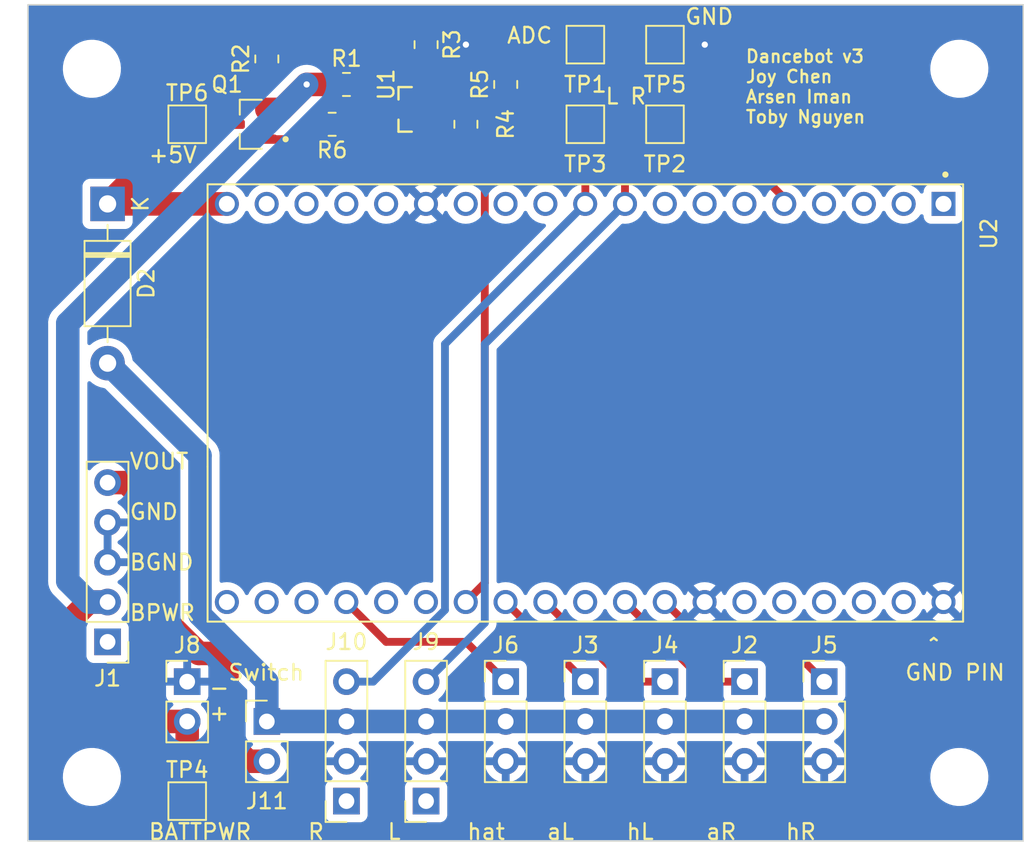
<source format=kicad_pcb>
(kicad_pcb (version 20221018) (generator pcbnew)
  (layers (0 "F.Cu" signal) (31 "B.Cu" signal) (34 "B.Paste" user) (35 "F.Paste" user) (36 "B.SilkS" user "B.Silkscreen") (37 "F.SilkS" user "F.Silkscreen") (38 "B.Mask" user) (39 "F.Mask" user) (44 "Edge.Cuts" user))
  (net 0 "")
  (net 1 "GND")
  (net 2 "BATT ADC")
  (net 3 "SM1")
  (net 4 "NPRightEye")
  (net 5 "NPLeftEye")
  (net 6 "SM2")
  (net 7 "SM3")
  (net 8 "SM4")
  (net 9 "SM5")
  (net 10 "BATT EN")
  (net 11 "Net-(R1-Pad2)")
  (net 12 "VOUT")
  (net 13 "BATT PWR")
  (net 16 "Net-(Q1-Pad3)")
  (net 17 "Net-(Q1-Pad1)")
  (net 18 "Net-(R4-Pad2)")
  (net 19 "Net-(D2-K)")
  (net 21 "Net-(J1-Pin_5)")
  (footprint "TestPoint:TestPoint_Pad_2.0x2.0mm" (layer "F.Cu") (at 233.68 81.28)
    (fp_text reference "TP3" (at 0 2.54) (layer "F.SilkS"))
    (fp_text value "TestPoint")
    (fp_line (start -1.2 -1.2) (end 1.2 -1.2) (stroke (width 0.12)) (layer "F.SilkS"))
    (fp_line (start -1.2 1.2) (end -1.2 -1.2) (stroke (width 0.12)) (layer "F.SilkS"))
    (fp_line (start 1.2 -1.2) (end 1.2 1.2) (stroke (width 0.12)) (layer "F.SilkS"))
    (fp_line (start 1.2 1.2) (end -1.2 1.2) (stroke (width 0.12)) (layer "F.SilkS"))
    (pad "1" smd rect (at 0 0) (size 2 2) (layers "F.Cu" "F.Mask") (net 4 "NPRightEye"))
  )
  (footprint "Connector_PinSocket_2.54mm:PinSocket_1x04_P2.54mm_Vertical" (layer "F.Cu") (at 218.44 124.46 180)
    (fp_text reference "J10" (at 0 10.16 180) (layer "F.SilkS"))
    (fp_text value "NeoPixel Right Eye")
    (fp_line (start -1.33 1.27) (end -1.33 8.95) (stroke (width 0.12)) (layer "F.SilkS"))
    (fp_line (start -1.33 1.27) (end 1.33 1.27) (stroke (width 0.12)) (layer "F.SilkS"))
    (fp_line (start -1.33 8.95) (end 1.33 8.95) (stroke (width 0.12)) (layer "F.SilkS"))
    (fp_line (start 0 -1.33) (end 1.33 -1.33) (stroke (width 0.12)) (layer "F.SilkS"))
    (fp_line (start 1.33 -1.33) (end 1.33 0) (stroke (width 0.12)) (layer "F.SilkS"))
    (fp_line (start 1.33 1.27) (end 1.33 8.95) (stroke (width 0.12)) (layer "F.SilkS"))
    (pad "1" thru_hole rect (at 0 0 180) (size 1.7 1.7) (drill 1) (layers "*.Cu" "*.Mask"))
    (pad "2" thru_hole oval (at 0 2.54 180) (size 1.7 1.7) (drill 1) (layers "*.Cu" "*.Mask") (net 1 "GND"))
    (pad "3" thru_hole oval (at 0 5.08 180) (size 1.7 1.7) (drill 1) (layers "*.Cu" "*.Mask") (net 12 "VOUT"))
    (pad "4" thru_hole oval (at 0 7.62 180) (size 1.7 1.7) (drill 1) (layers "*.Cu" "*.Mask") (net 4 "NPRightEye"))
  )
  (footprint "Connector_PinHeader_2.54mm:PinHeader_1x03_P2.54mm_Vertical" (layer "F.Cu") (at 233.68 116.84)
    (fp_text reference "J3" (at 0 -2.33) (layer "F.SilkS"))
    (fp_text value "IO13 servo 2")
    (fp_line (start -1.33 -1.33) (end 0 -1.33) (stroke (width 0.12)) (layer "F.SilkS"))
    (fp_line (start -1.33 0) (end -1.33 -1.33) (stroke (width 0.12)) (layer "F.SilkS"))
    (fp_line (start -1.33 1.27) (end -1.33 6.41) (stroke (width 0.12)) (layer "F.SilkS"))
    (fp_line (start -1.33 1.27) (end 1.33 1.27) (stroke (width 0.12)) (layer "F.SilkS"))
    (fp_line (start -1.33 6.41) (end 1.33 6.41) (stroke (width 0.12)) (layer "F.SilkS"))
    (fp_line (start 1.33 1.27) (end 1.33 6.41) (stroke (width 0.12)) (layer "F.SilkS"))
    (pad "1" thru_hole rect (at 0 0) (size 1.7 1.7) (drill 1) (layers "*.Cu" "*.Mask") (net 6 "SM2"))
    (pad "2" thru_hole oval (at 0 2.54) (size 1.7 1.7) (drill 1) (layers "*.Cu" "*.Mask") (net 12 "VOUT"))
    (pad "3" thru_hole oval (at 0 5.08) (size 1.7 1.7) (drill 1) (layers "*.Cu" "*.Mask") (net 1 "GND"))
  )
  (footprint "TestPoint:TestPoint_Pad_2.0x2.0mm" (layer "F.Cu") (at 238.76 81.28)
    (fp_text reference "TP2" (at 0 2.54) (layer "F.SilkS"))
    (fp_text value "TestPoint")
    (fp_line (start -1.2 -1.2) (end 1.2 -1.2) (stroke (width 0.12)) (layer "F.SilkS"))
    (fp_line (start -1.2 1.2) (end -1.2 -1.2) (stroke (width 0.12)) (layer "F.SilkS"))
    (fp_line (start 1.2 -1.2) (end 1.2 1.2) (stroke (width 0.12)) (layer "F.SilkS"))
    (fp_line (start 1.2 1.2) (end -1.2 1.2) (stroke (width 0.12)) (layer "F.SilkS"))
    (pad "1" smd rect (at 0 0) (size 2 2) (layers "F.Cu" "F.Mask") (net 5 "NPLeftEye"))
  )
  (footprint "Connector_PinHeader_2.54mm:PinHeader_1x03_P2.54mm_Vertical" (layer "F.Cu") (at 228.6 116.84)
    (fp_text reference "J6" (at 0 -2.33) (layer "F.SilkS"))
    (fp_text value "IO18 servo 5 (hat)")
    (fp_line (start -1.33 -1.33) (end 0 -1.33) (stroke (width 0.12)) (layer "F.SilkS"))
    (fp_line (start -1.33 0) (end -1.33 -1.33) (stroke (width 0.12)) (layer "F.SilkS"))
    (fp_line (start -1.33 1.27) (end -1.33 6.41) (stroke (width 0.12)) (layer "F.SilkS"))
    (fp_line (start -1.33 1.27) (end 1.33 1.27) (stroke (width 0.12)) (layer "F.SilkS"))
    (fp_line (start -1.33 6.41) (end 1.33 6.41) (stroke (width 0.12)) (layer "F.SilkS"))
    (fp_line (start 1.33 1.27) (end 1.33 6.41) (stroke (width 0.12)) (layer "F.SilkS"))
    (pad "1" thru_hole rect (at 0 0) (size 1.7 1.7) (drill 1) (layers "*.Cu" "*.Mask") (net 9 "SM5"))
    (pad "2" thru_hole oval (at 0 2.54) (size 1.7 1.7) (drill 1) (layers "*.Cu" "*.Mask") (net 12 "VOUT"))
    (pad "3" thru_hole oval (at 0 5.08) (size 1.7 1.7) (drill 1) (layers "*.Cu" "*.Mask") (net 1 "GND"))
  )
  (footprint "MountingHole:MountingHole_3.2mm_M3" (layer "F.Cu") (at 202.2 77.74)
    (fp_text reference "H2" hide)
    (fp_text value "~")
    (pad "" np_thru_hole circle (at 0 0) (size 3.2 3.2) (drill 3.2) (layers "*.Cu" "*.Mask"))
  )
  (footprint "MountingHole:MountingHole_3.2mm_M3" (layer "F.Cu") (at 202.2 122.92)
    (fp_text reference "H3" hide)
    (fp_text value "~")
    (pad "" np_thru_hole circle (at 0 0) (size 3.2 3.2) (drill 3.2) (layers "*.Cu" "*.Mask"))
  )
  (footprint "MountingHole:MountingHole_3.2mm_M3" (layer "F.Cu") (at 257.54 122.92)
    (fp_text reference "H4" hide)
    (fp_text value "~")
    (pad "" np_thru_hole circle (at 0 0) (size 3.2 3.2) (drill 3.2) (layers "*.Cu" "*.Mask"))
  )
  (footprint "Resistor_SMD:R_0805_2012Metric" (layer "F.Cu") (at 213.36 77.1125 90)
    (fp_text reference "R2" (at 0 -1.65 90) (layer "F.SilkS"))
    (fp_text value "100k")
    (fp_line (start -0.227064 -0.735) (end 0.227064 -0.735) (stroke (width 0.12)) (layer "F.SilkS"))
    (fp_line (start -0.227064 0.735) (end 0.227064 0.735) (stroke (width 0.12)) (layer "F.SilkS"))
    (pad "1" smd roundrect (at -0.9125 0 90) (size 1.025 1.4) (layers "F.Cu" "F.Paste" "F.Mask") (roundrect_rratio 0.243902) (net 16 "Net-(Q1-Pad3)"))
    (pad "2" smd roundrect (at 0.9125 0 90) (size 1.025 1.4) (layers "F.Cu" "F.Paste" "F.Mask") (roundrect_rratio 0.243902) (net 2 "BATT ADC"))
  )
  (footprint "Resistor_SMD:R_0805_2012Metric" (layer "F.Cu") (at 217.5275 81.28 180)
    (fp_text reference "R6" (at 0 -1.65) (layer "F.SilkS"))
    (fp_text value "100")
    (fp_line (start -0.227064 -0.735) (end 0.227064 -0.735) (stroke (width 0.12)) (layer "F.SilkS"))
    (fp_line (start -0.227064 0.735) (end 0.227064 0.735) (stroke (width 0.12)) (layer "F.SilkS"))
    (pad "1" smd roundrect (at -0.9125 0 180) (size 1.025 1.4) (layers "F.Cu" "F.Paste" "F.Mask") (roundrect_rratio 0.243902) (net 11 "Net-(R1-Pad2)"))
    (pad "2" smd roundrect (at 0.9125 0 180) (size 1.025 1.4) (layers "F.Cu" "F.Paste" "F.Mask") (roundrect_rratio 0.243902) (net 17 "Net-(Q1-Pad1)"))
  )
  (footprint "Connector_PinHeader_2.54mm:PinHeader_1x03_P2.54mm_Vertical" (layer "F.Cu") (at 248.92 116.84)
    (fp_text reference "J5" (at 0 -2.33) (layer "F.SilkS"))
    (fp_text value "IO15 servo 4")
    (fp_line (start -1.33 -1.33) (end 0 -1.33) (stroke (width 0.12)) (layer "F.SilkS"))
    (fp_line (start -1.33 0) (end -1.33 -1.33) (stroke (width 0.12)) (layer "F.SilkS"))
    (fp_line (start -1.33 1.27) (end -1.33 6.41) (stroke (width 0.12)) (layer "F.SilkS"))
    (fp_line (start -1.33 1.27) (end 1.33 1.27) (stroke (width 0.12)) (layer "F.SilkS"))
    (fp_line (start -1.33 6.41) (end 1.33 6.41) (stroke (width 0.12)) (layer "F.SilkS"))
    (fp_line (start 1.33 1.27) (end 1.33 6.41) (stroke (width 0.12)) (layer "F.SilkS"))
    (pad "1" thru_hole rect (at 0 0) (size 1.7 1.7) (drill 1) (layers "*.Cu" "*.Mask") (net 8 "SM4"))
    (pad "2" thru_hole oval (at 0 2.54) (size 1.7 1.7) (drill 1) (layers "*.Cu" "*.Mask") (net 12 "VOUT"))
    (pad "3" thru_hole oval (at 0 5.08) (size 1.7 1.7) (drill 1) (layers "*.Cu" "*.Mask") (net 1 "GND"))
  )
  (footprint "TestPoint:TestPoint_Pad_2.0x2.0mm" (layer "F.Cu") (at 208.28 81.28)
    (fp_text reference "TP6" (at 0 -1.998) (layer "F.SilkS"))
    (fp_text value "TestPoint")
    (fp_line (start -1.2 -1.2) (end 1.2 -1.2) (stroke (width 0.12)) (layer "F.SilkS"))
    (fp_line (start -1.2 1.2) (end -1.2 -1.2) (stroke (width 0.12)) (layer "F.SilkS"))
    (fp_line (start 1.2 -1.2) (end 1.2 1.2) (stroke (width 0.12)) (layer "F.SilkS"))
    (fp_line (start 1.2 1.2) (end -1.2 1.2) (stroke (width 0.12)) (layer "F.SilkS"))
    (pad "1" smd rect (at 0 0) (size 2 2) (layers "F.Cu" "F.Mask") (net 19 "Net-(D2-K)"))
  )
  (footprint "dancebot_parts:SOT95P237X112-3N" (layer "F.Cu") (at 212.335 81.28 180)
    (fp_text reference "Q1" (at 1.515 2.54) (layer "F.SilkS") (effects (font (size 1.0034 1.0034))))
    (fp_text value "IRLML6402TRPBF")
    (fp_line (start -0.7 1.565) (end 0.7 1.565) (stroke (width 0.127)) (layer "F.SilkS"))
    (fp_line (start 0.7 -1.565) (end -0.7 -1.565) (stroke (width 0.127)) (layer "F.SilkS"))
    (fp_line (start 0.7 -1.565) (end 0.7 -0.615) (stroke (width 0.127)) (layer "F.SilkS"))
    (fp_line (start 0.7 1.565) (end 0.7 0.615) (stroke (width 0.127)) (layer "F.SilkS"))
    (fp_circle (center -2.2225 -0.9525) (end -2.1225 -0.9525) (stroke (width 0.2)) (fill none) (layer "F.SilkS"))
    (pad "1" smd roundrect (at -1.025 -0.95 180) (size 1.3 0.59) (layers "F.Cu" "F.Paste" "F.Mask") (net 17 "Net-(Q1-Pad1)"))
    (pad "2" smd roundrect (at -1.025 0.95 180) (size 1.3 0.59) (layers "F.Cu" "F.Paste" "F.Mask") (net 13 "BATT PWR"))
    (pad "3" smd roundrect (at 1.025 0 180) (size 1.3 0.59) (layers "F.Cu" "F.Paste" "F.Mask") (net 16 "Net-(Q1-Pad3)"))
  )
  (footprint "Connector_PinHeader_2.54mm:PinHeader_1x02_P2.54mm_Vertical" (layer "F.Cu") (at 213.36 119.38)
    (fp_text reference "J11" (at 0 5.08) (layer "F.SilkS"))
    (fp_text value "Rocker Switch")
    (fp_line (start -1.33 -1.33) (end 0 -1.33) (stroke (width 0.12)) (layer "F.SilkS"))
    (fp_line (start -1.33 0) (end -1.33 -1.33) (stroke (width 0.12)) (layer "F.SilkS"))
    (fp_line (start -1.33 1.27) (end -1.33 3.87) (stroke (width 0.12)) (layer "F.SilkS"))
    (fp_line (start -1.33 1.27) (end 1.33 1.27) (stroke (width 0.12)) (layer "F.SilkS"))
    (fp_line (start -1.33 3.87) (end 1.33 3.87) (stroke (width 0.12)) (layer "F.SilkS"))
    (fp_line (start 1.33 1.27) (end 1.33 3.87) (stroke (width 0.12)) (layer "F.SilkS"))
    (pad "1" thru_hole rect (at 0 0) (size 1.7 1.7) (drill 1) (layers "*.Cu" "*.Mask") (net 12 "VOUT"))
    (pad "2" thru_hole oval (at 0 2.54) (size 1.7 1.7) (drill 1) (layers "*.Cu" "*.Mask") (net 21 "Net-(J1-Pin_5)"))
  )
  (footprint "Resistor_SMD:R_0805_2012Metric" (layer "F.Cu") (at 223.52 76.2 -90)
    (fp_text reference "R3" (at 0 -1.65 90) (layer "F.SilkS"))
    (fp_text value "51k")
    (fp_line (start -0.227064 -0.735) (end 0.227064 -0.735) (stroke (width 0.12)) (layer "F.SilkS"))
    (fp_line (start -0.227064 0.735) (end 0.227064 0.735) (stroke (width 0.12)) (layer "F.SilkS"))
    (pad "1" smd roundrect (at -0.9125 0 270) (size 1.025 1.4) (layers "F.Cu" "F.Paste" "F.Mask") (roundrect_rratio 0.243902) (net 2 "BATT ADC"))
    (pad "2" smd roundrect (at 0.9125 0 270) (size 1.025 1.4) (layers "F.Cu" "F.Paste" "F.Mask") (roundrect_rratio 0.243902) (net 1 "GND"))
  )
  (footprint "dancebot_parts:MODULE_ESP32-DEVKITC-32U" (layer "F.Cu") (at 233.68 99.06 -90)
    (fp_text reference "U2" (at -10.795 -25.75 90) (layer "F.SilkS"))
    (fp_text value "ESP32-DEVKITC-32U")
    (fp_line (start -13.95 -24.1) (end -13.95 24.1) (stroke (width 0.127)) (layer "F.SilkS"))
    (fp_line (start -13.95 24.1) (end -4.07 24.1) (stroke (width 0.127)) (layer "F.SilkS"))
    (fp_line (start -4.07 24.1) (end 4.06 24.1) (stroke (width 0.127)) (layer "F.SilkS"))
    (fp_line (start 4.06 24.1) (end 13.95 24.1) (stroke (width 0.127)) (layer "F.SilkS"))
    (fp_line (start 13.95 -24.1) (end -13.95 -24.1) (stroke (width 0.127)) (layer "F.SilkS"))
    (fp_line (start 13.95 24.1) (end 13.95 -24.1) (stroke (width 0.127)) (layer "F.SilkS"))
    (fp_circle (center -14.57 -22.97) (end -14.47 -22.97) (stroke (width 0.2)) (fill none) (layer "F.SilkS"))
    (pad "1" thru_hole rect (at -12.7 -22.85 270) (size 1.53 1.53) (drill 1.02) (layers "*.Cu" "*.Mask"))
    (pad "2" thru_hole circle (at -12.7 -20.31 270) (size 1.53 1.53) (drill 1.02) (layers "*.Cu" "*.Mask"))
    (pad "3" thru_hole circle (at -12.7 -17.77 270) (size 1.53 1.53) (drill 1.02) (layers "*.Cu" "*.Mask"))
    (pad "4" thru_hole circle (at -12.7 -15.23 270) (size 1.53 1.53) (drill 1.02) (layers "*.Cu" "*.Mask"))
    (pad "5" thru_hole circle (at -12.7 -12.69 270) (size 1.53 1.53) (drill 1.02) (layers "*.Cu" "*.Mask") (net 2 "BATT ADC"))
    (pad "6" thru_hole circle (at -12.7 -10.15 270) (size 1.53 1.53) (drill 1.02) (layers "*.Cu" "*.Mask"))
    (pad "7" thru_hole circle (at -12.7 -7.61 270) (size 1.53 1.53) (drill 1.02) (layers "*.Cu" "*.Mask"))
    (pad "8" thru_hole circle (at -12.7 -5.07 270) (size 1.53 1.53) (drill 1.02) (layers "*.Cu" "*.Mask"))
    (pad "9" thru_hole circle (at -12.7 -2.53 270) (size 1.53 1.53) (drill 1.02) (layers "*.Cu" "*.Mask") (net 5 "NPLeftEye"))
    (pad "10" thru_hole circle (at -12.7 0.01 270) (size 1.53 1.53) (drill 1.02) (layers "*.Cu" "*.Mask") (net 4 "NPRightEye"))
    (pad "11" thru_hole circle (at -12.7 2.55 270) (size 1.53 1.53) (drill 1.02) (layers "*.Cu" "*.Mask"))
    (pad "12" thru_hole circle (at -12.7 5.09 270) (size 1.53 1.53) (drill 1.02) (layers "*.Cu" "*.Mask"))
    (pad "13" thru_hole circle (at -12.7 7.63 270) (size 1.53 1.53) (drill 1.02) (layers "*.Cu" "*.Mask"))
    (pad "14" thru_hole circle (at -12.7 10.17 270) (size 1.53 1.53) (drill 1.02) (layers "*.Cu" "*.Mask") (net 1 "GND"))
    (pad "15" thru_hole circle (at -12.7 12.71 270) (size 1.53 1.53) (drill 1.02) (layers "*.Cu" "*.Mask"))
    (pad "16" thru_hole circle (at -12.7 15.25 270) (size 1.53 1.53) (drill 1.02) (layers "*.Cu" "*.Mask"))
    (pad "17" thru_hole circle (at -12.7 17.79 270) (size 1.53 1.53) (drill 1.02) (layers "*.Cu" "*.Mask"))
    (pad "18" thru_hole circle (at -12.7 20.33 270) (size 1.53 1.53) (drill 1.02) (layers "*.Cu" "*.Mask"))
    (pad "19" thru_hole circle (at -12.7 22.87 270) (size 1.53 1.53) (drill 1.02) (layers "*.Cu" "*.Mask") (net 19 "Net-(D2-K)"))
    (pad "20" thru_hole circle (at 12.7 22.87 270) (size 1.53 1.53) (drill 1.02) (layers "*.Cu" "*.Mask"))
    (pad "21" thru_hole circle (at 12.7 20.33 270) (size 1.53 1.53) (drill 1.02) (layers "*.Cu" "*.Mask"))
    (pad "22" thru_hole circle (at 12.7 17.79 270) (size 1.53 1.53) (drill 1.02) (layers "*.Cu" "*.Mask"))
    (pad "23" thru_hole circle (at 12.7 15.25 270) (size 1.53 1.53) (drill 1.02) (layers "*.Cu" "*.Mask") (net 9 "SM5"))
    (pad "24" thru_hole circle (at 12.7 12.71 270) (size 1.53 1.53) (drill 1.02) (layers "*.Cu" "*.Mask"))
    (pad "25" thru_hole circle (at 12.7 10.17 270) (size 1.53 1.53) (drill 1.02) (layers "*.Cu" "*.Mask"))
    (pad "26" thru_hole circle (at 12.7 7.63 270) (size 1.53 1.53) (drill 1.02) (layers "*.Cu" "*.Mask") (net 10 "BATT EN"))
    (pad "27" thru_hole circle (at 12.7 5.09 270) (size 1.53 1.53) (drill 1.02) (layers "*.Cu" "*.Mask") (net 6 "SM2"))
    (pad "28" thru_hole circle (at 12.7 2.55 270) (size 1.53 1.53) (drill 1.02) (layers "*.Cu" "*.Mask") (net 7 "SM3"))
    (pad "29" thru_hole circle (at 12.7 0.01 270) (size 1.53 1.53) (drill 1.02) (layers "*.Cu" "*.Mask"))
    (pad "30" thru_hole circle (at 12.7 -2.53 270) (size 1.53 1.53) (drill 1.02) (layers "*.Cu" "*.Mask") (net 3 "SM1"))
    (pad "31" thru_hole circle (at 12.7 -5.07 270) (size 1.53 1.53) (drill 1.02) (layers "*.Cu" "*.Mask") (net 8 "SM4"))
    (pad "32" thru_hole circle (at 12.7 -7.61 270) (size 1.53 1.53) (drill 1.02) (layers "*.Cu" "*.Mask") (net 1 "GND"))
    (pad "33" thru_hole circle (at 12.7 -10.15 270) (size 1.53 1.53) (drill 1.02) (layers "*.Cu" "*.Mask"))
    (pad "34" thru_hole circle (at 12.7 -12.69 270) (size 1.53 1.53) (drill 1.02) (layers "*.Cu" "*.Mask"))
    (pad "35" thru_hole circle (at 12.7 -15.23 270) (size 1.53 1.53) (drill 1.02) (layers "*.Cu" "*.Mask"))
    (pad "36" thru_hole circle (at 12.7 -17.77 270) (size 1.53 1.53) (drill 1.02) (layers "*.Cu" "*.Mask"))
    (pad "37" thru_hole circle (at 12.7 -20.31 270) (size 1.53 1.53) (drill 1.02) (layers "*.Cu" "*.Mask"))
    (pad "38" thru_hole circle (at 12.7 -22.85 270) (size 1.53 1.53) (drill 1.02) (layers "*.Cu" "*.Mask") (net 1 "GND"))
  )
  (footprint "Connector_PinHeader_2.54mm:PinHeader_1x05_P2.54mm_Vertical" (layer "F.Cu") (at 203.2 114.3 180)
    (fp_text reference "J1" (at 0 -2.33) (layer "F.SilkS"))
    (fp_text value "Voltage Regulator")
    (fp_line (start -1.33 -1.33) (end 0 -1.33) (stroke (width 0.12)) (layer "F.SilkS"))
    (fp_line (start -1.33 0) (end -1.33 -1.33) (stroke (width 0.12)) (layer "F.SilkS"))
    (fp_line (start -1.33 1.27) (end -1.33 11.49) (stroke (width 0.12)) (layer "F.SilkS"))
    (fp_line (start -1.33 1.27) (end 1.33 1.27) (stroke (width 0.12)) (layer "F.SilkS"))
    (fp_line (start -1.33 11.49) (end 1.33 11.49) (stroke (width 0.12)) (layer "F.SilkS"))
    (fp_line (start 1.33 1.27) (end 1.33 11.49) (stroke (width 0.12)) (layer "F.SilkS"))
    (pad "1" thru_hole rect (at 0 0 180) (size 1.7 1.7) (drill 1) (layers "*.Cu" "*.Mask"))
    (pad "2" thru_hole oval (at 0 2.54 180) (size 1.7 1.7) (drill 1) (layers "*.Cu" "*.Mask") (net 13 "BATT PWR"))
    (pad "3" thru_hole oval (at 0 5.08 180) (size 1.7 1.7) (drill 1) (layers "*.Cu" "*.Mask") (net 1 "GND"))
    (pad "4" thru_hole oval (at 0 7.62 180) (size 1.7 1.7) (drill 1) (layers "*.Cu" "*.Mask") (net 1 "GND"))
    (pad "5" thru_hole oval (at 0 10.16 180) (size 1.7 1.7) (drill 1) (layers "*.Cu" "*.Mask") (net 21 "Net-(J1-Pin_5)"))
  )
  (footprint "TestPoint:TestPoint_Pad_2.0x2.0mm" (layer "F.Cu") (at 208.28 124.46)
    (fp_text reference "TP4" (at 0 -1.998) (layer "F.SilkS"))
    (fp_text value "TestPoint")
    (fp_line (start -1.2 -1.2) (end 1.2 -1.2) (stroke (width 0.12)) (layer "F.SilkS"))
    (fp_line (start -1.2 1.2) (end -1.2 -1.2) (stroke (width 0.12)) (layer "F.SilkS"))
    (fp_line (start 1.2 -1.2) (end 1.2 1.2) (stroke (width 0.12)) (layer "F.SilkS"))
    (fp_line (start 1.2 1.2) (end -1.2 1.2) (stroke (width 0.12)) (layer "F.SilkS"))
    (pad "1" smd rect (at 0 0) (size 2 2) (layers "F.Cu" "F.Mask") (net 13 "BATT PWR"))
  )
  (footprint "dancebot_parts:SOT23" (layer "F.Cu") (at 222.42 80.33 90)
    (fp_text reference "U1" (at 1.59 -1.44 90) (layer "F.SilkS") (effects (font (size 1.003441 1.003441))))
    (fp_text value "IRLML2502TRPBF")
    (fp_line (start -1.4224 -0.6604) (end -0.6576 -0.6604) (stroke (width 0.1524)) (layer "F.SilkS"))
    (fp_line (start -1.4224 0.1854) (end -1.4224 -0.6604) (stroke (width 0.1524)) (layer "F.SilkS"))
    (fp_line (start 0.6326 -0.6604) (end 1.4224 -0.6604) (stroke (width 0.1524)) (layer "F.SilkS"))
    (fp_line (start 1.4224 -0.6604) (end 1.4224 0.1854) (stroke (width 0.1524)) (layer "F.SilkS"))
    (pad "1" smd rect (at -0.95 1.1 90) (size 1 1.4) (layers "F.Cu" "F.Paste" "F.Mask") (net 18 "Net-(R4-Pad2)"))
    (pad "2" smd rect (at 0.95 1.1 90) (size 1 1.4) (layers "F.Cu" "F.Paste" "F.Mask") (net 1 "GND"))
    (pad "3" smd rect (at 0 -1.1 90) (size 1 1.4) (layers "F.Cu" "F.Paste" "F.Mask") (net 11 "Net-(R1-Pad2)"))
  )
  (footprint "TestPoint:TestPoint_Pad_2.0x2.0mm" (layer "F.Cu") (at 233.68 76.2)
    (fp_text reference "TP1" (at 0 2.54) (layer "F.SilkS"))
    (fp_text value "TestPoint")
    (fp_line (start -1.2 -1.2) (end 1.2 -1.2) (stroke (width 0.12)) (layer "F.SilkS"))
    (fp_line (start -1.2 1.2) (end -1.2 -1.2) (stroke (width 0.12)) (layer "F.SilkS"))
    (fp_line (start 1.2 -1.2) (end 1.2 1.2) (stroke (width 0.12)) (layer "F.SilkS"))
    (fp_line (start 1.2 1.2) (end -1.2 1.2) (stroke (width 0.12)) (layer "F.SilkS"))
    (pad "1" smd rect (at 0 0) (size 2 2) (layers "F.Cu" "F.Mask") (net 2 "BATT ADC"))
  )
  (footprint "Diode_THT:D_DO-41_SOD81_P10.16mm_Horizontal" (layer "F.Cu") (at 203.2 86.36 -90)
    (fp_text reference "D2" (at 5.08 -2.47 90) (layer "F.SilkS"))
    (fp_text value "1N5819")
    (fp_text user "K" (at 0 -2.1 90) (layer "F.SilkS"))
    (fp_line (start 1.34 0) (end 2.36 0) (stroke (width 0.12)) (layer "F.SilkS"))
    (fp_line (start 2.36 -1.47) (end 2.36 1.47) (stroke (width 0.12)) (layer "F.SilkS"))
    (fp_line (start 2.36 1.47) (end 7.8 1.47) (stroke (width 0.12)) (layer "F.SilkS"))
    (fp_line (start 3.14 -1.47) (end 3.14 1.47) (stroke (width 0.12)) (layer "F.SilkS"))
    (fp_line (start 3.26 -1.47) (end 3.26 1.47) (stroke (width 0.12)) (layer "F.SilkS"))
    (fp_line (start 3.38 -1.47) (end 3.38 1.47) (stroke (width 0.12)) (layer "F.SilkS"))
    (fp_line (start 7.8 -1.47) (end 2.36 -1.47) (stroke (width 0.12)) (layer "F.SilkS"))
    (fp_line (start 7.8 1.47) (end 7.8 -1.47) (stroke (width 0.12)) (layer "F.SilkS"))
    (fp_line (start 8.82 0) (end 7.8 0) (stroke (width 0.12)) (layer "F.SilkS"))
    (pad "1" thru_hole rect (at 0 0 270) (size 2.2 2.2) (drill 1.1) (layers "*.Cu" "*.Mask") (net 19 "Net-(D2-K)"))
    (pad "2" thru_hole oval (at 10.16 0 270) (size 2.2 2.2) (drill 1.1) (layers "*.Cu" "*.Mask") (net 12 "VOUT"))
  )
  (footprint "Resistor_SMD:R_0805_2012Metric" (layer "F.Cu") (at 218.44 78.74)
    (fp_text reference "R1" (at 0 -1.65) (layer "F.SilkS"))
    (fp_text value "100k")
    (fp_line (start -0.227064 -0.735) (end 0.227064 -0.735) (stroke (width 0.12)) (layer "F.SilkS"))
    (fp_line (start -0.227064 0.735) (end 0.227064 0.735) (stroke (width 0.12)) (layer "F.SilkS"))
    (pad "1" smd roundrect (at -0.9125 0) (size 1.025 1.4) (layers "F.Cu" "F.Paste" "F.Mask") (roundrect_rratio 0.243902) (net 13 "BATT PWR"))
    (pad "2" smd roundrect (at 0.9125 0) (size 1.025 1.4) (layers "F.Cu" "F.Paste" "F.Mask") (roundrect_rratio 0.243902) (net 11 "Net-(R1-Pad2)"))
  )
  (footprint "Connector_PinHeader_2.54mm:PinHeader_1x03_P2.54mm_Vertical" (layer "F.Cu") (at 243.84 116.84)
    (fp_text reference "J2" (at 0 -2.33) (layer "F.SilkS"))
    (fp_text value "IO14 servo 1")
    (fp_line (start -1.33 -1.33) (end 0 -1.33) (stroke (width 0.12)) (layer "F.SilkS"))
    (fp_line (start -1.33 0) (end -1.33 -1.33) (stroke (width 0.12)) (layer "F.SilkS"))
    (fp_line (start -1.33 1.27) (end -1.33 6.41) (stroke (width 0.12)) (layer "F.SilkS"))
    (fp_line (start -1.33 1.27) (end 1.33 1.27) (stroke (width 0.12)) (layer "F.SilkS"))
    (fp_line (start -1.33 6.41) (end 1.33 6.41) (stroke (width 0.12)) (layer "F.SilkS"))
    (fp_line (start 1.33 1.27) (end 1.33 6.41) (stroke (width 0.12)) (layer "F.SilkS"))
    (pad "1" thru_hole rect (at 0 0) (size 1.7 1.7) (drill 1) (layers "*.Cu" "*.Mask") (net 3 "SM1"))
    (pad "2" thru_hole oval (at 0 2.54) (size 1.7 1.7) (drill 1) (layers "*.Cu" "*.Mask") (net 12 "VOUT"))
    (pad "3" thru_hole oval (at 0 5.08) (size 1.7 1.7) (drill 1) (layers "*.Cu" "*.Mask") (net 1 "GND"))
  )
  (footprint "Resistor_SMD:R_0805_2012Metric" (layer "F.Cu") (at 228.6 78.74 90)
    (fp_text reference "R5" (at 0 -1.65 90) (layer "F.SilkS"))
    (fp_text value "100k")
    (fp_line (start -0.227064 -0.735) (end 0.227064 -0.735) (stroke (width 0.12)) (layer "F.SilkS"))
    (fp_line (start -0.227064 0.735) (end 0.227064 0.735) (stroke (width 0.12)) (layer "F.SilkS"))
    (pad "1" smd roundrect (at -0.9125 0 90) (size 1.025 1.4) (layers "F.Cu" "F.Paste" "F.Mask") (roundrect_rratio 0.243902) (net 18 "Net-(R4-Pad2)"))
    (pad "2" smd roundrect (at 0.9125 0 90) (size 1.025 1.4) (layers "F.Cu" "F.Paste" "F.Mask") (roundrect_rratio 0.243902) (net 1 "GND"))
  )
  (footprint "Resistor_SMD:R_0805_2012Metric" (layer "F.Cu") (at 226.06 81.28 90)
    (fp_text reference "R4" (at 0 2.54 90) (layer "F.SilkS"))
    (fp_text value "100")
    (fp_line (start -0.227064 -0.735) (end 0.227064 -0.735) (stroke (width 0.12)) (layer "F.SilkS"))
    (fp_line (start -0.227064 0.735) (end 0.227064 0.735) (stroke (width 0.12)) (layer "F.SilkS"))
    (pad "1" smd roundrect (at -0.9125 0 90) (size 1.025 1.4) (layers "F.Cu" "F.Paste" "F.Mask") (roundrect_rratio 0.243902) (net 10 "BATT EN"))
    (pad "2" smd roundrect (at 0.9125 0 90) (size 1.025 1.4) (layers "F.Cu" "F.Paste" "F.Mask") (roundrect_rratio 0.243902) (net 18 "Net-(R4-Pad2)"))
  )
  (footprint "Connector_PinSocket_2.54mm:PinSocket_1x04_P2.54mm_Vertical" (layer "F.Cu") (at 223.52 124.46 180)
    (fp_text reference "J9" (at 0 10.16 180) (layer "F.SilkS"))
    (fp_text value "NeoPixel Left Eye")
    (fp_line (start -1.33 1.27) (end -1.33 8.95) (stroke (width 0.12)) (layer "F.SilkS"))
    (fp_line (start -1.33 1.27) (end 1.33 1.27) (stroke (width 0.12)) (layer "F.SilkS"))
    (fp_line (start -1.33 8.95) (end 1.33 8.95) (stroke (width 0.12)) (layer "F.SilkS"))
    (fp_line (start 0 -1.33) (end 1.33 -1.33) (stroke (width 0.12)) (layer "F.SilkS"))
    (fp_line (start 1.33 -1.33) (end 1.33 0) (stroke (width 0.12)) (layer "F.SilkS"))
    (fp_line (start 1.33 1.27) (end 1.33 8.95) (stroke (width 0.12)) (layer "F.SilkS"))
    (pad "1" thru_hole rect (at 0 0 180) (size 1.7 1.7) (drill 1) (layers "*.Cu" "*.Mask"))
    (pad "2" thru_hole oval (at 0 2.54 180) (size 1.7 1.7) (drill 1) (layers "*.Cu" "*.Mask") (net 1 "GND"))
    (pad "3" thru_hole oval (at 0 5.08 180) (size 1.7 1.7) (drill 1) (layers "*.Cu" "*.Mask") (net 12 "VOUT"))
    (pad "4" thru_hole oval (at 0 7.62 180) (size 1.7 1.7) (drill 1) (layers "*.Cu" "*.Mask") (net 5 "NPLeftEye"))
  )
  (footprint "TestPoint:TestPoint_Pad_2.0x2.0mm" (layer "F.Cu") (at 238.76 76.2)
    (fp_text reference "TP5" (at 0 2.54) (layer "F.SilkS"))
    (fp_text value "TestPoint")
    (fp_line (start -1.2 -1.2) (end 1.2 -1.2) (stroke (width 0.12)) (layer "F.SilkS"))
    (fp_line (start -1.2 1.2) (end -1.2 -1.2) (stroke (width 0.12)) (layer "F.SilkS"))
    (fp_line (start 1.2 -1.2) (end 1.2 1.2) (stroke (width 0.12)) (layer "F.SilkS"))
    (fp_line (start 1.2 1.2) (end -1.2 1.2) (stroke (width 0.12)) (layer "F.SilkS"))
    (pad "1" smd rect (at 0 0) (size 2 2) (layers "F.Cu" "F.Mask") (net 1 "GND"))
  )
  (footprint "Connector_PinHeader_2.54mm:PinHeader_1x03_P2.54mm_Vertical" (layer "F.Cu") (at 238.76 116.84)
    (fp_text reference "J4" (at 0 -2.33) (layer "F.SilkS"))
    (fp_text value "IO12 servo 3")
    (fp_line (start -1.33 -1.33) (end 0 -1.33) (stroke (width 0.12)) (layer "F.SilkS"))
    (fp_line (start -1.33 0) (end -1.33 -1.33) (stroke (width 0.12)) (layer "F.SilkS"))
    (fp_line (start -1.33 1.27) (end -1.33 6.41) (stroke (width 0.12)) (layer "F.SilkS"))
    (fp_line (start -1.33 1.27) (end 1.33 1.27) (stroke (width 0.12)) (layer "F.SilkS"))
    (fp_line (start -1.33 6.41) (end 1.33 6.41) (stroke (width 0.12)) (layer "F.SilkS"))
    (fp_line (start 1.33 1.27) (end 1.33 6.41) (stroke (width 0.12)) (layer "F.SilkS"))
    (pad "1" thru_hole rect (at 0 0) (size 1.7 1.7) (drill 1) (layers "*.Cu" "*.Mask") (net 7 "SM3"))
    (pad "2" thru_hole oval (at 0 2.54) (size 1.7 1.7) (drill 1) (layers "*.Cu" "*.Mask") (net 12 "VOUT"))
    (pad "3" thru_hole oval (at 0 5.08) (size 1.7 1.7) (drill 1) (layers "*.Cu" "*.Mask") (net 1 "GND"))
  )
  (footprint "MountingHole:MountingHole_3.2mm_M3" (layer "F.Cu") (at 257.54 77.74)
    (fp_text reference "H1" hide)
    (fp_text value "~")
    (pad "" np_thru_hole circle (at 0 0) (size 3.2 3.2) (drill 3.2) (layers "*.Cu" "*.Mask"))
  )
  (footprint "Connector_PinHeader_2.54mm:PinHeader_1x02_P2.54mm_Vertical" (layer "F.Cu") (at 208.28 116.84)
    (fp_text reference "J8" (at 0 -2.33) (layer "F.SilkS"))
    (fp_text value "Pins")
    (fp_line (start -1.33 -1.33) (end 0 -1.33) (stroke (width 0.12)) (layer "F.SilkS"))
    (fp_line (start -1.33 0) (end -1.33 -1.33) (stroke (width 0.12)) (layer "F.SilkS"))
    (fp_line (start -1.33 1.27) (end -1.33 3.87) (stroke (width 0.12)) (layer "F.SilkS"))
    (fp_line (start -1.33 1.27) (end 1.33 1.27) (stroke (width 0.12)) (layer "F.SilkS"))
    (fp_line (start -1.33 3.87) (end 1.33 3.87) (stroke (width 0.12)) (layer "F.SilkS"))
    (fp_line (start 1.33 1.27) (end 1.33 3.87) (stroke (width 0.12)) (layer "F.SilkS"))
    (pad "1" thru_hole rect (at 0 0) (size 1.7 1.7) (drill 1) (layers "*.Cu" "*.Mask") (net 1 "GND"))
    (pad "2" thru_hole oval (at 0 2.54) (size 1.7 1.7) (drill 1) (layers "*.Cu" "*.Mask") (net 13 "BATT PWR"))
  )
  (gr_rect (start 198.12 73.66) (end 261.62 127) (stroke (width 0.1)) (fill none) (layer "Edge.Cuts"))
  (gr_text "GND" (at 239.96 75) (layer "F.SilkS") (effects (font (size 1 1)) (justify left bottom)))
  (gr_text "  ^\nGND PIN" (at 254 116.84) (layer "F.SilkS") (effects (font (size 1 1)) (justify left bottom)))
  (gr_text "VOUT\n\nGND\n\nBGND\n\nBPWR" (at 204.53 113.03) (layer "F.SilkS") (effects (font (size 1 1)) (justify left bottom)))
  (gr_text "BATTPWR" (at 205.74 127) (layer "F.SilkS") (effects (font (size 1 1)) (justify left bottom)))
  (gr_text "R\n" (at 215.9 127) (layer "F.SilkS") (effects (font (size 1 1)) (justify left bottom)))
  (gr_text "+5V" (at 205.74 83.82) (layer "F.SilkS") (effects (font (size 1 1)) (justify left bottom)))
  (gr_text "L" (at 220.98 127) (layer "F.SilkS") (effects (font (size 1 1)) (justify left bottom)))
  (gr_text "-\n+" (at 209.61 119.41) (layer "F.SilkS") (effects (font (size 1 1)) (justify left bottom)))
  (gr_text "ADC" (at 228.6 76.2) (layer "F.SilkS") (effects (font (size 1 1)) (justify left bottom)))
  (gr_text "hat" (at 226.06 127) (layer "F.SilkS") (effects (font (size 1 1)) (justify left bottom)))
  (gr_text "aL" (at 231.14 127) (layer "F.SilkS") (effects (font (size 1 1)) (justify left bottom)))
  (gr_text "Dancebot v3\nJoy Chen\nArsen Iman\nToby Nguyen" (at 243.84 81.28) (layer "F.SilkS") (effects (font (size 0.8 0.8)) (justify left bottom)))
  (gr_text "hL" (at 236.22 127) (layer "F.SilkS") (effects (font (size 1 1)) (justify left bottom)))
  (gr_text "L R" (at 234.88 80.08) (layer "F.SilkS") (effects (font (size 1 1)) (justify left bottom)))
  (gr_text "Switch" (at 210.82 116.84) (layer "F.SilkS") (effects (font (size 1 1)) (justify left bottom)))
  (gr_text "aR" (at 241.3 127) (layer "F.SilkS") (effects (font (size 1 1)) (justify left bottom)))
  (gr_text "hR" (at 246.38 127) (layer "F.SilkS") (effects (font (size 1 1)) (justify left bottom)))
  (segment (start 226.9725 76.2) (end 228.6 77.8275) (width 0.5) (layer "F.Cu") (net 1))
  (segment (start 223.52 77.1125) (end 225.1475 77.1125) (width 0.5) (layer "F.Cu") (net 1))
  (segment (start 223.52 79.38) (end 223.52 77.1125) (width 0.5) (layer "F.Cu") (net 1))
  (segment (start 226.06 76.2) (end 226.9725 76.2) (width 0.5) (layer "F.Cu") (net 1))
  (segment (start 238.76 76.2) (end 241.3 76.2) (width 0.5) (layer "F.Cu") (net 1))
  (segment (start 225.1475 77.1125) (end 226.06 76.2) (width 0.5) (layer "F.Cu") (net 1))
  (via (at 241.3 76.2) (size 0.8) (drill 0.4) (layers "F.Cu" "B.Cu") (net 1))
  (via (at 226.06 76.2) (size 0.8) (drill 0.4) (layers "F.Cu" "B.Cu") (net 1))
  (segment (start 231.14 76.2) (end 233.68 76.2) (width 0.5) (layer "F.Cu") (net 2))
  (segment (start 223.52 75.2875) (end 214.2725 75.2875) (width 0.5) (layer "F.Cu") (net 2))
  (segment (start 223.52 75.2875) (end 230.2275 75.2875) (width 0.5) (layer "F.Cu") (net 2))
  (segment (start 230.2275 75.2875) (end 231.14 76.2) (width 0.5) (layer "F.Cu") (net 2))
  (segment (start 236.22 78.74) (end 239.12 78.74) (width 0.5) (layer "F.Cu") (net 2))
  (segment (start 246.37 85.99) (end 246.37 86.36) (width 0.5) (layer "F.Cu") (net 2))
  (segment (start 233.68 76.2) (end 236.22 78.74) (width 0.5) (layer "F.Cu") (net 2))
  (segment (start 239.12 78.74) (end 246.37 85.99) (width 0.5) (layer "F.Cu") (net 2))
  (segment (start 214.2725 75.2875) (end 213.36 76.2) (width 0.5) (layer "F.Cu") (net 2))
  (segment (start 241.29 116.84) (end 243.84 116.84) (width 0.5) (layer "F.Cu") (net 3))
  (segment (start 236.21 111.76) (end 241.29 116.84) (width 0.5) (layer "F.Cu") (net 3))
  (segment (start 233.68 81.28) (end 233.68 86.35) (width 0.5) (layer "F.Cu") (net 4))
  (segment (start 233.68 86.35) (end 233.67 86.36) (width 0.5) (layer "F.Cu") (net 4))
  (segment (start 224.725 112.26327) (end 220.14827 116.84) (width 0.5) (layer "B.Cu") (net 4))
  (segment (start 220.14827 116.84) (end 218.44 116.84) (width 0.5) (layer "B.Cu") (net 4))
  (segment (start 224.725 95.305) (end 224.725 112.26327) (width 0.5) (layer "B.Cu") (net 4))
  (segment (start 233.67 86.36) (end 224.725 95.305) (width 0.5) (layer "B.Cu") (net 4))
  (segment (start 236.21 83.83) (end 236.21 86.36) (width 0.5) (layer "F.Cu") (net 5))
  (segment (start 238.76 81.28) (end 236.21 83.83) (width 0.5) (layer "F.Cu") (net 5))
  (segment (start 227.265 95.305) (end 236.21 86.36) (width 0.5) (layer "B.Cu") (net 5))
  (segment (start 227.265 113.095) (end 223.52 116.84) (width 0.5) (layer "B.Cu") (net 5))
  (segment (start 227.265 113.095) (end 227.265 95.305) (width 0.5) (layer "B.Cu") (net 5))
  (segment (start 233.67 116.84) (end 233.68 116.84) (width 0.5) (layer "F.Cu") (net 6))
  (segment (start 228.59 111.76) (end 233.67 116.84) (width 0.5) (layer "F.Cu") (net 6))
  (segment (start 231.13 111.76) (end 236.21 116.84) (width 0.5) (layer "F.Cu") (net 7))
  (segment (start 236.21 116.84) (end 238.76 116.84) (width 0.5) (layer "F.Cu") (net 7))
  (segment (start 246.38 114.3) (end 248.92 116.84) (width 0.5) (layer "F.Cu") (net 8))
  (segment (start 241.3 114.3) (end 246.38 114.3) (width 0.5) (layer "F.Cu") (net 8))
  (segment (start 238.75 111.76) (end 239.965 112.975) (width 0.5) (layer "F.Cu") (net 8))
  (segment (start 239.975 112.975) (end 241.3 114.3) (width 0.5) (layer "F.Cu") (net 8))
  (segment (start 239.965 112.975) (end 239.975 112.975) (width 0.5) (layer "F.Cu") (net 8))
  (segment (start 218.43 111.76) (end 220.97 114.3) (width 0.5) (layer "F.Cu") (net 9))
  (segment (start 226.06 114.3) (end 228.6 116.84) (width 0.5) (layer "F.Cu") (net 9))
  (segment (start 220.97 114.3) (end 226.06 114.3) (width 0.5) (layer "F.Cu") (net 9))
  (segment (start 227.265 110.545) (end 227.265 83.3975) (width 0.5) (layer "F.Cu") (net 10))
  (segment (start 227.265 83.3975) (end 226.06 82.1925) (width 0.5) (layer "F.Cu") (net 10))
  (segment (start 226.05 111.76) (end 227.265 110.545) (width 0.5) (layer "F.Cu") (net 10))
  (segment (start 219.39 80.33) (end 221.32 80.33) (width 0.5) (layer "F.Cu") (net 11))
  (segment (start 219.3525 80.3675) (end 218.44 81.28) (width 0.5) (layer "F.Cu") (net 11))
  (segment (start 219.3525 80.3675) (end 219.39 80.33) (width 0.5) (layer "F.Cu") (net 11))
  (segment (start 219.3525 78.74) (end 219.3525 80.3675) (width 0.5) (layer "F.Cu") (net 11))
  (segment (start 203.2 96.52) (end 209.095 102.415) (width 1.5) (layer "B.Cu") (net 12))
  (segment (start 209.095 112.575) (end 213.36 116.84) (width 1.5) (layer "B.Cu") (net 12))
  (segment (start 213.36 119.38) (end 218.44 119.38) (width 1.5) (layer "B.Cu") (net 12))
  (segment (start 218.44 119.38) (end 223.52 119.38) (width 1.5) (layer "B.Cu") (net 12))
  (segment (start 238.76 119.38) (end 243.84 119.38) (width 1.5) (layer "B.Cu") (net 12))
  (segment (start 209.095 102.415) (end 209.095 112.575) (width 1.5) (layer "B.Cu") (net 12))
  (segment (start 233.68 119.38) (end 238.76 119.38) (width 1.5) (layer "B.Cu") (net 12))
  (segment (start 228.6 119.38) (end 233.68 119.38) (width 1.5) (layer "B.Cu") (net 12))
  (segment (start 243.84 119.38) (end 248.92 119.38) (width 1.5) (layer "B.Cu") (net 12))
  (segment (start 213.36 116.84) (end 213.36 119.38) (width 1.5) (layer "B.Cu") (net 12))
  (segment (start 223.52 119.38) (end 228.6 119.38) (width 1.5) (layer "B.Cu") (net 12))
  (segment (start 214.31 80.33) (end 213.36 80.33) (width 1.5) (layer "F.Cu") (net 13))
  (segment (start 215.9 78.74) (end 214.31 80.33) (width 1.5) (layer "F.Cu") (net 13))
  (segment (start 204.68 119.38) (end 208.28 119.38) (width 1.5) (layer "F.Cu") (net 13))
  (segment (start 215.9 78.74) (end 217.5275 78.74) (width 1.5) (layer "F.Cu") (net 13))
  (segment (start 203.2 111.76) (end 201.997919 111.76) (width 1.5) (layer "F.Cu") (net 13))
  (segment (start 201.997919 111.76) (end 200.66 113.097919) (width 1.5) (layer "F.Cu") (net 13))
  (segment (start 208.28 124.46) (end 208.28 119.38) (width 1.5) (layer "F.Cu") (net 13))
  (segment (start 200.66 113.097919) (end 200.66 115.36) (width 1.5) (layer "F.Cu") (net 13))
  (segment (start 200.66 115.36) (end 204.68 119.38) (width 1.5) (layer "F.Cu") (net 13))
  (via (at 215.9 78.74) (size 1) (drill 0.4) (layers "F.Cu" "B.Cu") (net 13))
  (segment (start 201.997919 111.76) (end 200.66 110.422081) (width 1.5) (layer "B.Cu") (net 13))
  (segment (start 200.66 93.98) (end 215.9 78.74) (width 1.5) (layer "B.Cu") (net 13))
  (segment (start 200.66 110.422081) (end 200.66 93.98) (width 1.5) (layer "B.Cu") (net 13))
  (segment (start 203.2 111.76) (end 201.997919 111.76) (width 1.5) (layer "B.Cu") (net 13))
  (segment (start 211.31 80.075) (end 211.31 81.28) (width 0.5) (layer "F.Cu") (net 16))
  (segment (start 213.36 78.025) (end 211.31 80.075) (width 0.5) (layer "F.Cu") (net 16))
  (segment (start 213.36 82.23) (end 215.665 82.23) (width 0.5) (layer "F.Cu") (net 17))
  (segment (start 215.665 82.23) (end 216.615 81.28) (width 0.5) (layer "F.Cu") (net 17))
  (segment (start 226.06 80.3675) (end 227.885 80.3675) (width 0.5) (layer "F.Cu") (net 18))
  (segment (start 227.885 80.3675) (end 228.6 79.6525) (width 0.5) (layer "F.Cu") (net 18))
  (segment (start 225.1475 81.28) (end 226.06 80.3675) (width 0.5) (layer "F.Cu") (net 18))
  (segment (start 223.52 81.28) (end 225.1475 81.28) (width 0.5) (layer "F.Cu") (net 18))
  (segment (start 208.28 86.36) (end 210.81 86.36) (width 1.5) (layer "F.Cu") (net 19))
  (segment (start 208.28 81.28) (end 203.2 86.36) (width 1.5) (layer "F.Cu") (net 19))
  (segment (start 203.2 86.36) (end 208.28 86.36) (width 1.5) (layer "F.Cu") (net 19))
  (segment (start 205.74 105.477919) (end 205.74 111.76) (width 1.5) (layer "F.Cu") (net 21))
  (segment (start 204.402081 104.14) (end 205.74 105.477919) (width 1.5) (layer "F.Cu") (net 21))
  (segment (start 210.82 120.582081) (end 212.157919 121.92) (width 1.5) (layer "F.Cu") (net 21))
  (segment (start 205.74 111.76) (end 209.02 115.04) (width 1.5) (layer "F.Cu") (net 21))
  (segment (start 212.157919 121.92) (end 213.36 121.92) (width 1.5) (layer "F.Cu") (net 21))
  (segment (start 209.02 115.04) (end 210.08 115.04) (width 1.5) (layer "F.Cu") (net 21))
  (segment (start 210.08 115.04) (end 210.82 115.78) (width 1.5) (layer "F.Cu") (net 21))
  (segment (start 203.2 104.14) (end 204.402081 104.14) (width 1.5) (layer "F.Cu") (net 21))
  (segment (start 210.82 115.78) (end 210.82 120.582081) (width 1.5) (layer "F.Cu") (net 21))
  (zone (net 1) (net_name "GND") (layer "B.Cu") (connect_pads (clearance 0.5)) (min_thickness 0.25) (fill yes (thermal_gap 0.5) (thermal_bridge_width 0.5))
    (polygon (pts (xy 198.12 73.66) (xy 261.62 73.66) (xy 261.62 127) (xy 198.12 127)))
  )
)
</source>
